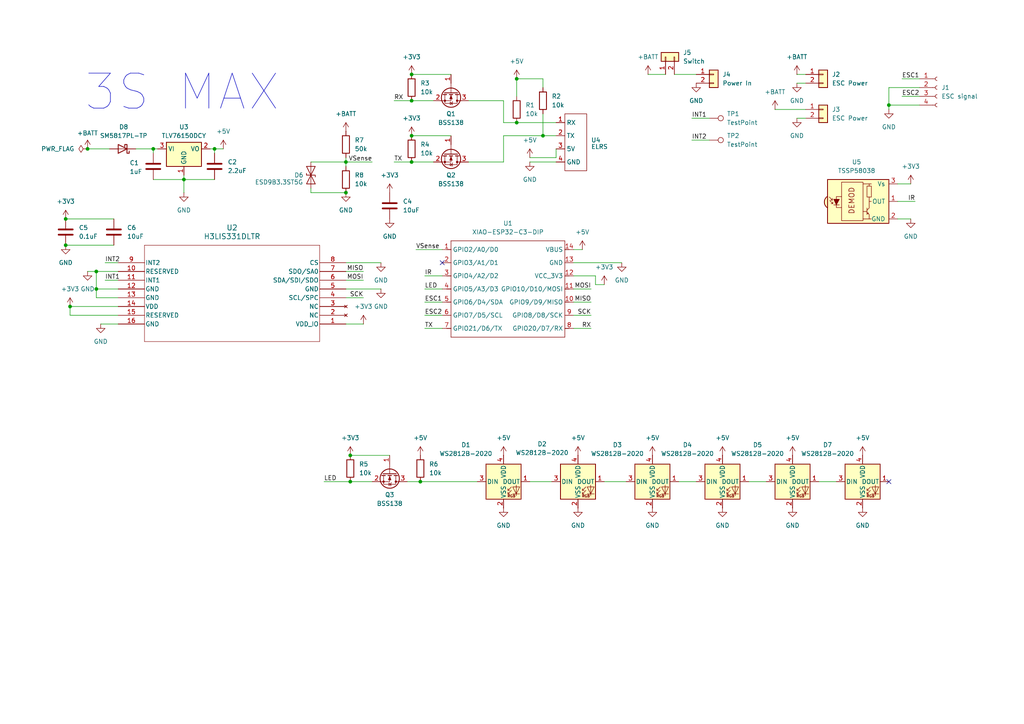
<source format=kicad_sch>
(kicad_sch (version 20231120) (generator "eeschema") (generator_version "8.0")
  (paper "A4")
  (lib_symbols
    (symbol "Connector:Conn_01x04_Socket" (pin_names (offset 1.016) hide)
      (property "Reference" "J" (at 0 5.08 0))
      (property "Value" "Conn_01x04_Socket" (at 0 -7.62 0))
      (symbol "Conn_01x04_Socket_1_1"
        (arc (start 0 -4.572) (mid -0.5058 -5.08) (end 0 -5.588) (stroke (width 0.1524)))
        (arc (start 0 -2.032) (mid -0.5058 -2.54) (end 0 -3.048) (stroke (width 0.1524)))
        (polyline (pts (xy -1.27 -5.08) (xy -0.508 -5.08)) (stroke (width 0.1524)))
        (polyline (pts (xy -1.27 -2.54) (xy -0.508 -2.54)) (stroke (width 0.1524)))
        (polyline (pts (xy -1.27 0) (xy -0.508 0)) (stroke (width 0.1524)))
        (polyline (pts (xy -1.27 2.54) (xy -0.508 2.54)) (stroke (width 0.1524)))
        (arc (start 0 0.508) (mid -0.5058 0) (end 0 -0.508) (stroke (width 0.1524)))
        (arc (start 0 3.048) (mid -0.5058 2.54) (end 0 2.032) (stroke (width 0.1524)))
        (pin passive line (at -5.08 2.54 0) (length 3.81) (name "Pin_1") (number "1"))
        (pin passive line (at -5.08 0 0) (length 3.81) (name "Pin_2") (number "2"))
        (pin passive line (at -5.08 -2.54 0) (length 3.81) (name "Pin_3") (number "3"))
        (pin passive line (at -5.08 -5.08 0) (length 3.81) (name "Pin_4") (number "4"))
      )
    )
    (symbol "Connector:TestPoint" (pin_numbers hide) (pin_names (offset 0.762) hide)
      (property "Reference" "TP" (at 0 6.858 0))
      (property "Value" "TestPoint" (at 0 5.08 0))
      (symbol "TestPoint_0_1"
        (circle (center 0 3.302) (radius 0.762))
      )
      (symbol "TestPoint_1_1"
        (pin passive line (at 0 0 90) (length 2.54) (name "1") (number "1"))
      )
    )
    (symbol "Connector_Generic:Conn_01x02" (pin_names (offset 1.016) hide)
      (property "Reference" "J" (at 0 2.54 0))
      (property "Value" "Conn_01x02" (at 0 -5.08 0))
      (symbol "Conn_01x02_1_1"
        (rectangle (start -1.27 -2.413) (end 0 -2.667) (stroke (width 0.1524)))
        (rectangle (start -1.27 0.127) (end 0 -0.127) (stroke (width 0.1524)))
        (rectangle (start -1.27 1.27) (end 1.27 -3.81) (stroke (width 0.254)) (fill (type background)))
        (pin passive line (at -5.08 0 0) (length 3.81) (name "Pin_1") (number "1"))
        (pin passive line (at -5.08 -2.54 0) (length 3.81) (name "Pin_2") (number "2"))
      )
    )
    (symbol "Device:C" (pin_numbers hide) (pin_names (offset 0.254))
      (property "Reference" "C" (at 0.635 2.54 0))
      (property "Value" "C" (at 0.635 -2.54 0))
      (symbol "C_0_1"
        (polyline (pts (xy -2.032 -0.762) (xy 2.032 -0.762)) (stroke (width 0.508)))
        (polyline (pts (xy -2.032 0.762) (xy 2.032 0.762)) (stroke (width 0.508)))
      )
      (symbol "C_1_1"
        (pin passive line (at 0 3.81 270) (length 2.794) (name "~") (number "1"))
        (pin passive line (at 0 -3.81 90) (length 2.794) (name "~") (number "2"))
      )
    )
    (symbol "Device:D_Schottky" (pin_numbers hide) (pin_names (offset 1.016) hide)
      (property "Reference" "D" (at 0 2.54 0))
      (property "Value" "D_Schottky" (at 0 -2.54 0))
      (symbol "D_Schottky_0_1"
        (polyline (pts (xy 1.27 0) (xy -1.27 0)))
        (polyline (pts (xy 1.27 1.27) (xy 1.27 -1.27) (xy -1.27 0) (xy 1.27 1.27)) (stroke (width 0.254)))
        (polyline (pts (xy -1.905 0.635) (xy -1.905 1.27) (xy -1.27 1.27) (xy -1.27 -1.27) (xy -0.635 -1.27) (xy -0.635 -0.635)) (stroke (width 0.254)))
      )
      (symbol "D_Schottky_1_1"
        (pin passive line (at -3.81 0 0) (length 2.54) (name "K") (number "1"))
        (pin passive line (at 3.81 0 180) (length 2.54) (name "A") (number "2"))
      )
    )
    (symbol "Device:R" (pin_numbers hide) (pin_names (offset 0))
      (property "Reference" "R" (at 2.032 0 90))
      (property "Value" "R" (at 0 0 90))
      (symbol "R_0_1"
        (rectangle (start -1.016 -2.54) (end 1.016 2.54) (stroke (width 0.254)))
      )
      (symbol "R_1_1"
        (pin passive line (at 0 3.81 270) (length 1.27) (name "~") (number "1"))
        (pin passive line (at 0 -3.81 90) (length 1.27) (name "~") (number "2"))
      )
    )
    (symbol "Diode:ESD9B3.3ST5G" (pin_numbers hide) (pin_names (offset 1.016) hide)
      (property "Reference" "D" (at 0 2.54 0))
      (property "Value" "ESD9B3.3ST5G" (at 0 -2.54 0))
      (symbol "ESD9B3.3ST5G_0_1"
        (polyline (pts (xy 1.27 0) (xy -1.27 0)))
        (polyline (pts (xy -2.54 -1.27) (xy 0 0) (xy -2.54 1.27) (xy -2.54 -1.27)) (stroke (width 0.2032)))
        (polyline (pts (xy 0.508 1.27) (xy 0 1.27) (xy 0 -1.27) (xy -0.508 -1.27)) (stroke (width 0.2032)))
        (polyline (pts (xy 2.54 1.27) (xy 2.54 -1.27) (xy 0 0) (xy 2.54 1.27)) (stroke (width 0.2032)))
      )
      (symbol "ESD9B3.3ST5G_1_1"
        (pin passive line (at -3.81 0 0) (length 2.54) (name "A1") (number "1"))
        (pin passive line (at 3.81 0 180) (length 2.54) (name "A2") (number "2"))
      )
    )
    (symbol "LED:WS2812B-2020" (pin_names (offset 0.254))
      (property "Reference" "D" (at 5.08 5.715 0))
      (property "Value" "WS2812B-2020" (at 1.27 -5.715 0))
      (symbol "WS2812B-2020_0_0"
        (text "RGB" (at 2.286 -4.191 0) (effects (font (size 0.762 0.762))))
      )
      (symbol "WS2812B-2020_0_1"
        (polyline (pts (xy 1.27 -3.556) (xy 1.778 -3.556)))
        (polyline (pts (xy 1.27 -2.54) (xy 1.778 -2.54)))
        (polyline (pts (xy 4.699 -3.556) (xy 2.667 -3.556)))
        (polyline (pts (xy 2.286 -2.54) (xy 1.27 -3.556) (xy 1.27 -3.048)))
        (polyline (pts (xy 2.286 -1.524) (xy 1.27 -2.54) (xy 1.27 -2.032)))
        (polyline (pts (xy 3.683 -1.016) (xy 3.683 -3.556) (xy 3.683 -4.064)))
        (polyline (pts (xy 4.699 -1.524) (xy 2.667 -1.524) (xy 3.683 -3.556) (xy 4.699 -1.524)))
        (rectangle (start 5.08 5.08) (end -5.08 -5.08) (stroke (width 0.254)) (fill (type background)))
      )
      (symbol "WS2812B-2020_1_1"
        (pin output line (at 7.62 0 180) (length 2.54) (name "DOUT") (number "1"))
        (pin power_in line (at 0 -7.62 90) (length 2.54) (name "VSS") (number "2"))
        (pin input line (at -7.62 0 0) (length 2.54) (name "DIN") (number "3"))
        (pin power_in line (at 0 7.62 270) (length 2.54) (name "VDD") (number "4"))
      )
    )
    (symbol "Library:BetaFPVELRS"
      (property "Reference" "U" (at -1.27 0 0))
      (symbol "BetaFPVELRS_0_1"
        (rectangle (start -8.89 -1.27) (end 7.62 -7.62))
      )
      (symbol "BetaFPVELRS_1_1"
        (pin bidirectional line (at -6.35 -10.16 90) (length 2.54) (name "RX") (number "1"))
        (pin bidirectional line (at -2.54 -10.16 90) (length 2.54) (name "TX") (number "2"))
        (pin power_in line (at 1.27 -10.16 90) (length 2.54) (name "5V") (number "3"))
        (pin power_in line (at 5.08 -10.16 90) (length 2.54) (name "GND") (number "4"))
      )
    )
    (symbol "Library:H3LIS331DLTR" (pin_names (offset 0.254))
      (property "Reference" "U" (at 33.02 10.16 0))
      (property "Value" "H3LIS331DLTR" (at 33.02 7.62 0))
      (symbol "H3LIS331DLTR_0_1"
        (polyline (pts (xy 7.62 -22.86) (xy 58.42 -22.86)) (stroke (width 0.127)))
        (polyline (pts (xy 7.62 5.08) (xy 7.62 -22.86)) (stroke (width 0.127)))
        (polyline (pts (xy 58.42 -22.86) (xy 58.42 5.08)) (stroke (width 0.127)))
        (polyline (pts (xy 58.42 5.08) (xy 7.62 5.08)) (stroke (width 0.127)))
        (pin power_in line (at 0 0 0) (length 7.62) (name "VDD_IO") (number "1"))
        (pin power_out line (at 66.04 -15.24 180) (length 7.62) (name "RESERVED") (number "10"))
        (pin output line (at 66.04 -12.7 180) (length 7.62) (name "INT1") (number "11"))
        (pin power_out line (at 66.04 -10.16 180) (length 7.62) (name "GND") (number "12"))
        (pin power_out line (at 66.04 -7.62 180) (length 7.62) (name "GND") (number "13"))
        (pin power_in line (at 66.04 -5.08 180) (length 7.62) (name "VDD") (number "14"))
        (pin power_out line (at 66.04 -2.54 180) (length 7.62) (name "RESERVED") (number "15"))
        (pin power_out line (at 66.04 0 180) (length 7.62) (name "GND") (number "16"))
        (pin no_connect line (at 0 -2.54 0) (length 7.62) (name "NC") (number "2"))
        (pin no_connect line (at 0 -5.08 0) (length 7.62) (name "NC") (number "3"))
        (pin bidirectional line (at 0 -7.62 0) (length 7.62) (name "SCL/SPC") (number "4"))
        (pin power_out line (at 0 -10.16 0) (length 7.62) (name "GND") (number "5"))
        (pin bidirectional line (at 0 -12.7 0) (length 7.62) (name "SDA/SDI/SDO") (number "6"))
        (pin bidirectional line (at 0 -15.24 0) (length 7.62) (name "SDO/SA0") (number "7"))
        (pin input line (at 0 -17.78 0) (length 7.62) (name "CS") (number "8"))
        (pin output line (at 66.04 -17.78 180) (length 7.62) (name "INT2") (number "9"))
      )
    )
    (symbol "Library:XIAO-ESP32-C3-DIP"
      (property "Reference" "U" (at 1.016 2.794 0))
      (property "Value" "XIAO-ESP32-C3-DIP" (at 7.62 1.016 0))
      (symbol "XIAO-ESP32-C3-DIP_1_0"
        (polyline (pts (xy 0 -27.94) (xy 0 -13.97)) (stroke (width 0.1524)))
        (polyline (pts (xy 0 -25.4) (xy -1.27 -25.4)) (stroke (width 0.1524)))
        (polyline (pts (xy 0 -21.59) (xy -1.27 -21.59)) (stroke (width 0.1524)))
        (polyline (pts (xy 0 -17.78) (xy -1.27 -17.78)) (stroke (width 0.1524)))
        (polyline (pts (xy 0 -13.97) (xy -1.27 -13.97)) (stroke (width 0.1524)))
        (polyline (pts (xy 0 -13.97) (xy 0 -10.16)) (stroke (width 0.1524)))
        (polyline (pts (xy 0 -10.16) (xy -1.27 -10.16)) (stroke (width 0.1524)))
        (polyline (pts (xy 0 -10.16) (xy 0 -6.35)) (stroke (width 0.1524)))
        (polyline (pts (xy 0 -6.35) (xy -1.27 -6.35)) (stroke (width 0.1524)))
        (polyline (pts (xy 0 -6.35) (xy 0 -2.54)) (stroke (width 0.1524)))
        (polyline (pts (xy 0 -2.54) (xy -1.27 -2.54)) (stroke (width 0.1524)))
        (polyline (pts (xy 0 -2.54) (xy 0 0)) (stroke (width 0.1524)))
        (polyline (pts (xy 0 0) (xy 33.02 0)) (stroke (width 0.1524)))
        (polyline (pts (xy 33.02 -27.94) (xy 0 -27.94)) (stroke (width 0.1524)))
        (polyline (pts (xy 33.02 -10.16) (xy 33.02 -27.94)) (stroke (width 0.1524)))
        (polyline (pts (xy 33.02 -6.35) (xy 33.02 -10.16)) (stroke (width 0.1524)))
        (polyline (pts (xy 33.02 -2.54) (xy 33.02 -6.35)) (stroke (width 0.1524)))
        (polyline (pts (xy 33.02 0) (xy 33.02 -2.54)) (stroke (width 0.1524)))
        (polyline (pts (xy 34.29 -25.4) (xy 33.02 -25.4)) (stroke (width 0.1524)))
        (polyline (pts (xy 34.29 -21.59) (xy 33.02 -21.59)) (stroke (width 0.1524)))
        (polyline (pts (xy 34.29 -17.78) (xy 33.02 -17.78)) (stroke (width 0.1524)))
        (polyline (pts (xy 34.29 -13.97) (xy 33.02 -13.97)) (stroke (width 0.1524)))
        (polyline (pts (xy 34.29 -10.16) (xy 33.02 -10.16)) (stroke (width 0.1524)))
        (polyline (pts (xy 34.29 -6.35) (xy 33.02 -6.35)) (stroke (width 0.1524)))
        (polyline (pts (xy 34.29 -2.54) (xy 33.02 -2.54)) (stroke (width 0.1524)))
        (pin passive line (at -2.54 -2.54 0) (length 2.54) (name "GPIO2/A0/D0") (number "1"))
        (pin passive line (at 35.56 -17.78 180) (length 2.54) (name "GPIO9/D9/MISO") (number "10"))
        (pin passive line (at 35.56 -13.97 180) (length 2.54) (name "GPIO10/D10/MOSI") (number "11"))
        (pin passive line (at 35.56 -10.16 180) (length 2.54) (name "VCC_3V3") (number "12"))
        (pin passive line (at 35.56 -6.35 180) (length 2.54) (name "GND") (number "13"))
        (pin passive line (at 35.56 -2.54 180) (length 2.54) (name "VBUS") (number "14"))
        (pin passive line (at -2.54 -6.35 0) (length 2.54) (name "GPIO3/A1/D1") (number "2"))
        (pin passive line (at -2.54 -10.16 0) (length 2.54) (name "GPIO4/A2/D2") (number "3"))
        (pin passive line (at -2.54 -13.97 0) (length 2.54) (name "GPIO5/A3/D3") (number "4"))
        (pin passive line (at -2.54 -17.78 0) (length 2.54) (name "GPIO6/D4/SDA") (number "5"))
        (pin passive line (at -2.54 -21.59 0) (length 2.54) (name "GPIO7/D5/SCL") (number "6"))
        (pin passive line (at -2.54 -25.4 0) (length 2.54) (name "GPIO21/D6/TX") (number "7"))
        (pin passive line (at 35.56 -25.4 180) (length 2.54) (name "GPIO20/D7/RX") (number "8"))
        (pin passive line (at 35.56 -21.59 180) (length 2.54) (name "GPIO8/D8/SCK") (number "9"))
      )
    )
    (symbol "Regulator_Linear:TLV76150DCY"
      (property "Reference" "U" (at -7.62 6.35 0))
      (property "Value" "TLV76150DCY" (at -1.27 6.35 0))
      (symbol "TLV76150DCY_0_1"
        (rectangle (start -5.08 -5.08) (end 5.08 1.905) (stroke (width 0.254)) (fill (type background)))
      )
      (symbol "TLV76150DCY_1_1"
        (pin power_in line (at 0 -7.62 90) (length 2.54) (name "GND") (number "1"))
        (pin power_out line (at 7.62 0 180) (length 2.54) (name "VO") (number "2"))
        (pin power_in line (at -7.62 0 0) (length 2.54) (name "VI") (number "3"))
      )
    )
    (symbol "Sensor_Proximity:TSSP58038" (pin_names (offset 1.016))
      (property "Reference" "U" (at -10.16 7.62 0))
      (property "Value" "TSSP58038" (at -10.16 -7.62 0))
      (symbol "TSSP58038_0_0"
        (arc (start -10.287 1.397) (mid -11.0899 -0.1852) (end -10.287 -1.778) (stroke (width 0.254)) (fill (type background)))
        (polyline (pts (xy 1.905 -5.08) (xy 0.127 -5.08)))
        (polyline (pts (xy 1.905 5.08) (xy 0.127 5.08)))
        (text "DEMOD" (at -3.175 0.254 900) (effects (font (size 1.524 1.524))))
      )
      (symbol "TSSP58038_0_1"
        (rectangle (start -6.096 5.588) (end 0.127 -5.588))
        (polyline (pts (xy -8.763 0.381) (xy -9.652 1.27)))
        (polyline (pts (xy -8.763 0.381) (xy -9.271 0.381)))
        (polyline (pts (xy -8.763 0.381) (xy -8.763 0.889)))
        (polyline (pts (xy -8.636 -0.635) (xy -9.525 0.254)))
        (polyline (pts (xy -8.636 -0.635) (xy -9.144 -0.635)))
        (polyline (pts (xy -8.636 -0.635) (xy -8.636 -0.127)))
        (polyline (pts (xy -8.382 -1.016) (xy -6.731 -1.016)))
        (polyline (pts (xy 1.27 -2.921) (xy 0.127 -2.921)))
        (polyline (pts (xy 1.27 -1.905) (xy 1.27 -3.81)))
        (polyline (pts (xy 1.397 -3.556) (xy 1.524 -3.556)))
        (polyline (pts (xy 1.651 -3.556) (xy 1.524 -3.556)))
        (polyline (pts (xy 1.651 -3.556) (xy 1.651 -3.302)))
        (polyline (pts (xy 1.905 0) (xy 1.905 1.27)))
        (polyline (pts (xy 1.905 4.445) (xy 1.905 5.08) (xy 2.54 5.08)))
        (polyline (pts (xy -8.382 0.635) (xy -6.731 0.635) (xy -7.62 -1.016) (xy -8.382 0.635)) (fill (type outline)))
        (polyline (pts (xy -6.096 1.397) (xy -7.62 1.397) (xy -7.62 -1.778) (xy -6.096 -1.778)))
        (polyline (pts (xy 1.27 -3.175) (xy 1.905 -3.81) (xy 1.905 -5.08) (xy 2.54 -5.08)))
        (polyline (pts (xy 1.27 -2.54) (xy 1.905 -1.905) (xy 1.905 0) (xy 2.54 0)))
        (rectangle (start 2.54 1.27) (end 1.27 4.445))
        (rectangle (start 7.62 6.35) (end -10.16 -6.35) (stroke (width 0.254)) (fill (type background)))
      )
      (symbol "TSSP58038_1_1"
        (pin output line (at 10.16 0 180) (length 2.54) (name "OUT") (number "1"))
        (pin power_in line (at 10.16 -5.08 180) (length 2.54) (name "GND") (number "2"))
        (pin power_in line (at 10.16 5.08 180) (length 2.54) (name "Vs") (number "3"))
      )
    )
    (symbol "Transistor_FET:BSS138" (pin_names hide)
      (property "Reference" "Q" (at 5.08 1.905 0))
      (property "Value" "BSS138" (at 5.08 0 0))
      (symbol "BSS138_0_1"
        (polyline (pts (xy 0.254 0) (xy -2.54 0)))
        (polyline (pts (xy 0.254 1.905) (xy 0.254 -1.905)) (stroke (width 0.254)))
        (polyline (pts (xy 0.762 -1.27) (xy 0.762 -2.286)) (stroke (width 0.254)))
        (polyline (pts (xy 0.762 0.508) (xy 0.762 -0.508)) (stroke (width 0.254)))
        (polyline (pts (xy 0.762 2.286) (xy 0.762 1.27)) (stroke (width 0.254)))
        (polyline (pts (xy 2.54 2.54) (xy 2.54 1.778)))
        (polyline (pts (xy 2.54 -2.54) (xy 2.54 0) (xy 0.762 0)))
        (polyline (pts (xy 0.762 -1.778) (xy 3.302 -1.778) (xy 3.302 1.778) (xy 0.762 1.778)))
        (polyline (pts (xy 1.016 0) (xy 2.032 0.381) (xy 2.032 -0.381) (xy 1.016 0)) (fill (type outline)))
        (polyline (pts (xy 2.794 0.508) (xy 2.921 0.381) (xy 3.683 0.381) (xy 3.81 0.254)))
        (polyline (pts (xy 3.302 0.381) (xy 2.921 -0.254) (xy 3.683 -0.254) (xy 3.302 0.381)))
        (circle (center 1.651 0) (radius 2.794) (stroke (width 0.254)))
        (circle (center 2.54 -1.778) (radius 0.254) (fill (type outline)))
        (circle (center 2.54 1.778) (radius 0.254) (fill (type outline)))
      )
      (symbol "BSS138_1_1"
        (pin input line (at -5.08 0 0) (length 2.54) (name "G") (number "1"))
        (pin passive line (at 2.54 -5.08 90) (length 2.54) (name "S") (number "2"))
        (pin passive line (at 2.54 5.08 270) (length 2.54) (name "D") (number "3"))
      )
    )
    (symbol "power:+3V3" (power) (pin_numbers hide) (pin_names (offset 0) hide)
      (property "Value" "+3V3" (at 0 3.556 0))
      (symbol "+3V3_0_1"
        (polyline (pts (xy -0.762 1.27) (xy 0 2.54)))
        (polyline (pts (xy 0 0) (xy 0 2.54)))
        (polyline (pts (xy 0 2.54) (xy 0.762 1.27)))
      )
      (symbol "+3V3_1_1"
        (pin power_in line (at 0 0 90) (length 0) (name "~") (number "1"))
      )
    )
    (symbol "power:+5V" (power) (pin_numbers hide) (pin_names (offset 0) hide)
      (property "Value" "+5V" (at 0 3.556 0))
      (symbol "+5V_0_1"
        (polyline (pts (xy -0.762 1.27) (xy 0 2.54)))
        (polyline (pts (xy 0 0) (xy 0 2.54)))
        (polyline (pts (xy 0 2.54) (xy 0.762 1.27)))
      )
      (symbol "+5V_1_1"
        (pin power_in line (at 0 0 90) (length 0) (name "~") (number "1"))
      )
    )
    (symbol "power:+BATT" (power) (pin_numbers hide) (pin_names (offset 0) hide)
      (property "Value" "+BATT" (at 0 3.556 0))
      (symbol "+BATT_0_1"
        (polyline (pts (xy -0.762 1.27) (xy 0 2.54)))
        (polyline (pts (xy 0 0) (xy 0 2.54)))
        (polyline (pts (xy 0 2.54) (xy 0.762 1.27)))
      )
      (symbol "+BATT_1_1"
        (pin power_in line (at 0 0 90) (length 0) (name "~") (number "1"))
      )
    )
    (symbol "power:GND" (power) (pin_numbers hide) (pin_names (offset 0) hide)
      (property "Value" "GND" (at 0 -3.81 0))
      (symbol "GND_0_1"
        (polyline (pts (xy 0 0) (xy 0 -1.27) (xy 1.27 -1.27) (xy 0 -2.54) (xy -1.27 -1.27) (xy 0 -1.27)))
      )
      (symbol "GND_1_1"
        (pin power_in line (at 0 0 270) (length 0) (name "~") (number "1"))
      )
    )
    (symbol "power:PWR_FLAG" (power) (pin_numbers hide) (pin_names (offset 0) hide)
      (property "Value" "PWR_FLAG" (at 0 3.81 0))
      (symbol "PWR_FLAG_0_0"
        (pin power_out line (at 0 0 90) (length 0) (name "~") (number "1"))
      )
      (symbol "PWR_FLAG_0_1"
        (polyline (pts (xy 0 0) (xy 0 1.27) (xy -1.016 1.905) (xy 0 2.54) (xy 1.016 1.905) (xy 0 1.27)))
      )
    )
  )
  (junction (at 53.34 52.07))
  (junction (at 27.94 78.74))
  (junction (at 25.4 43.18))
  (junction (at 119.38 39.37))
  (junction (at 257.81 30.48))
  (junction (at 20.32 88.9))
  (junction (at 149.86 22.86))
  (junction (at 101.6 132.08))
  (junction (at 119.38 21.59))
  (junction (at 19.05 71.12))
  (junction (at 119.38 29.21))
  (junction (at 19.05 63.5))
  (junction (at 100.33 46.99))
  (junction (at 119.38 46.99))
  (junction (at 44.45 43.18))
  (junction (at 149.86 35.56))
  (junction (at 101.6 139.7))
  (junction (at 157.48 39.37))
  (junction (at 100.33 55.88))
  (junction (at 27.94 83.82))
  (junction (at 121.92 139.7))
  (junction (at 62.23 43.18))
  (no_connect (at 128.27 76.2))
  (no_connect (at 257.81 139.7))
  (wire (pts (xy 53.34 52.07) (xy 62.23 52.07)))
  (wire (pts (xy 44.45 52.07) (xy 53.34 52.07)))
  (wire (pts (xy 168.91 72.39) (xy 166.37 72.39)))
  (wire (pts (xy 27.94 86.36) (xy 27.94 83.82)))
  (wire (pts (xy 231.14 34.29) (xy 233.68 34.29)))
  (wire (pts (xy 260.35 58.42) (xy 265.43 58.42)))
  (wire (pts (xy 157.48 33.02) (xy 157.48 39.37)))
  (wire (pts (xy 62.23 43.18) (xy 62.23 44.45)))
  (wire (pts (xy 119.38 29.21) (xy 125.73 29.21)))
  (wire (pts (xy 27.94 83.82) (xy 34.29 83.82)))
  (wire (pts (xy 27.94 78.74) (xy 34.29 78.74)))
  (wire (pts (xy 93.98 139.7) (xy 101.6 139.7)))
  (wire (pts (xy 121.92 139.7) (xy 138.43 139.7)))
  (wire (pts (xy 19.05 63.5) (xy 33.02 63.5)))
  (wire (pts (xy 166.37 87.63) (xy 171.45 87.63)))
  (wire (pts (xy 44.45 43.18) (xy 44.45 44.45)))
  (wire (pts (xy 100.33 78.74) (xy 105.41 78.74)))
  (wire (pts (xy 45.72 43.18) (xy 44.45 43.18)))
  (wire (pts (xy 100.33 76.2) (xy 110.49 76.2)))
  (wire (pts (xy 200.66 34.29) (xy 205.74 34.29)))
  (wire (pts (xy 237.49 139.7) (xy 242.57 139.7)))
  (wire (pts (xy 34.29 86.36) (xy 27.94 86.36)))
  (wire (pts (xy 166.37 83.82) (xy 171.45 83.82)))
  (wire (pts (xy 123.19 91.44) (xy 128.27 91.44)))
  (wire (pts (xy 157.48 39.37) (xy 161.29 39.37)))
  (wire (pts (xy 119.38 21.59) (xy 130.81 21.59)))
  (wire (pts (xy 27.94 78.74) (xy 27.94 83.82)))
  (wire (pts (xy 153.67 139.7) (xy 160.02 139.7)))
  (wire (pts (xy 100.33 46.99) (xy 107.95 46.99)))
  (wire (pts (xy 166.37 80.01) (xy 172.72 80.01)))
  (wire (pts (xy 100.33 45.72) (xy 100.33 46.99)))
  (wire (pts (xy 261.62 22.86) (xy 266.7 22.86)))
  (wire (pts (xy 217.17 139.7) (xy 222.25 139.7)))
  (wire (pts (xy 30.48 81.28) (xy 34.29 81.28)))
  (wire (pts (xy 29.21 93.98) (xy 34.29 93.98)))
  (wire (pts (xy 62.23 43.18) (xy 64.77 43.18)))
  (wire (pts (xy 123.19 95.25) (xy 128.27 95.25)))
  (wire (pts (xy 257.81 30.48) (xy 257.81 31.75)))
  (wire (pts (xy 149.86 35.56) (xy 161.29 35.56)))
  (wire (pts (xy 231.14 21.59) (xy 233.68 21.59)))
  (wire (pts (xy 20.32 91.44) (xy 20.32 88.9)))
  (wire (pts (xy 260.35 53.34) (xy 264.16 53.34)))
  (wire (pts (xy 166.37 95.25) (xy 171.45 95.25)))
  (wire (pts (xy 100.33 93.98) (xy 105.41 93.98)))
  (wire (pts (xy 114.3 46.99) (xy 119.38 46.99)))
  (wire (pts (xy 161.29 46.99) (xy 153.67 46.99)))
  (wire (pts (xy 260.35 63.5) (xy 264.16 63.5)))
  (wire (pts (xy 114.3 29.21) (xy 119.38 29.21)))
  (wire (pts (xy 119.38 39.37) (xy 130.81 39.37)))
  (wire (pts (xy 153.67 45.72) (xy 161.29 45.72)))
  (wire (pts (xy 187.96 21.59) (xy 193.04 21.59)))
  (wire (pts (xy 100.33 81.28) (xy 105.41 81.28)))
  (wire (pts (xy 118.11 139.7) (xy 121.92 139.7)))
  (wire (pts (xy 60.96 43.18) (xy 62.23 43.18)))
  (wire (pts (xy 90.17 46.99) (xy 100.33 46.99)))
  (wire (pts (xy 172.72 80.01) (xy 172.72 82.55)))
  (wire (pts (xy 175.26 139.7) (xy 181.61 139.7)))
  (wire (pts (xy 196.85 139.7) (xy 201.93 139.7)))
  (wire (pts (xy 146.05 39.37) (xy 157.48 39.37)))
  (wire (pts (xy 19.05 71.12) (xy 33.02 71.12)))
  (wire (pts (xy 257.81 25.4) (xy 257.81 30.48)))
  (wire (pts (xy 166.37 76.2) (xy 180.34 76.2)))
  (wire (pts (xy 123.19 83.82) (xy 128.27 83.82)))
  (wire (pts (xy 224.79 31.75) (xy 233.68 31.75)))
  (wire (pts (xy 146.05 46.99) (xy 146.05 39.37)))
  (wire (pts (xy 90.17 55.88) (xy 100.33 55.88)))
  (wire (pts (xy 53.34 55.88) (xy 53.34 52.07)))
  (wire (pts (xy 90.17 54.61) (xy 90.17 55.88)))
  (wire (pts (xy 166.37 91.44) (xy 171.45 91.44)))
  (wire (pts (xy 157.48 22.86) (xy 157.48 25.4)))
  (wire (pts (xy 31.75 43.18) (xy 25.4 43.18)))
  (wire (pts (xy 261.62 27.94) (xy 266.7 27.94)))
  (wire (pts (xy 200.66 40.64) (xy 205.74 40.64)))
  (wire (pts (xy 100.33 83.82) (xy 110.49 83.82)))
  (wire (pts (xy 119.38 46.99) (xy 125.73 46.99)))
  (wire (pts (xy 100.33 86.36) (xy 105.41 86.36)))
  (wire (pts (xy 101.6 132.08) (xy 113.03 132.08)))
  (wire (pts (xy 120.65 72.39) (xy 128.27 72.39)))
  (wire (pts (xy 195.58 21.59) (xy 201.93 21.59)))
  (wire (pts (xy 257.81 30.48) (xy 266.7 30.48)))
  (wire (pts (xy 123.19 80.01) (xy 128.27 80.01)))
  (wire (pts (xy 266.7 25.4) (xy 257.81 25.4)))
  (wire (pts (xy 123.19 87.63) (xy 128.27 87.63)))
  (wire (pts (xy 149.86 22.86) (xy 157.48 22.86)))
  (wire (pts (xy 172.72 82.55) (xy 175.26 82.55)))
  (wire (pts (xy 146.05 35.56) (xy 149.86 35.56)))
  (wire (pts (xy 20.32 88.9) (xy 34.29 88.9)))
  (wire (pts (xy 135.89 29.21) (xy 146.05 29.21)))
  (wire (pts (xy 100.33 46.99) (xy 100.33 48.26)))
  (wire (pts (xy 146.05 29.21) (xy 146.05 35.56)))
  (wire (pts (xy 135.89 46.99) (xy 146.05 46.99)))
  (wire (pts (xy 161.29 45.72) (xy 161.29 43.18)))
  (wire (pts (xy 39.37 43.18) (xy 44.45 43.18)))
  (wire (pts (xy 30.48 76.2) (xy 34.29 76.2)))
  (wire (pts (xy 34.29 91.44) (xy 20.32 91.44)))
  (wire (pts (xy 53.34 50.8) (xy 53.34 52.07)))
  (wire (pts (xy 25.4 78.74) (xy 27.94 78.74)))
  (wire (pts (xy 149.86 27.94) (xy 149.86 22.86)))
  (wire (pts (xy 101.6 139.7) (xy 107.95 139.7)))
  (wire (pts (xy 231.14 24.13) (xy 233.68 24.13)))
  (text "3S MAX\n" (at 52.832 26.924 0) (effects (font (size 10.16 10.16))))
  (label "INT2" (at 200.66 40.64 0))
  (label "RX" (at 171.45 95.25 180))
  (label "ESC2" (at 123.19 91.44 0))
  (label "ESC1" (at 261.62 22.86 0))
  (label "INT2" (at 30.48 76.2 0))
  (label "INT1" (at 30.48 81.28 0))
  (label "ESC1" (at 123.19 87.63 0))
  (label "TX" (at 123.19 95.25 0))
  (label "TX" (at 114.3 46.99 0))
  (label "IR" (at 123.19 80.01 0))
  (label "MOSI" (at 171.45 83.82 180))
  (label "ESC2" (at 261.62 27.94 0))
  (label "MOSI" (at 105.41 81.28 180))
  (label "VSense" (at 120.65 72.39 0))
  (label "SCK" (at 171.45 91.44 180))
  (label "RX" (at 114.3 29.21 0))
  (label "LED" (at 93.98 139.7 0))
  (label "LED" (at 123.19 83.82 0))
  (label "SCK" (at 105.41 86.36 180))
  (label "INT1" (at 200.66 34.29 0))
  (label "MISO" (at 105.41 78.74 180))
  (label "IR" (at 265.43 58.42 180))
  (label "VSense" (at 107.95 46.99 180))
  (label "MISO" (at 171.45 87.63 180))
  (symbol (lib_id "power:GND") (at 110.49 83.82 0) (unit 1)
    (property "Reference" "#PWR013" (effects (hide yes)))
    (property "Value" "GND" (at 110.49 88.9 0))
    (property "Description" "Power symbol creates a global label with name \"GND\" , ground" (effects (hide yes)))
  )
  (symbol (lib_id "Regulator_Linear:TLV76150DCY") (at 53.34 43.18 0) (unit 1)
    (property "Reference" "U3" (at 53.34 36.83 0))
    (property "Value" "TLV76150DCY" (at 53.34 39.37 0))
    (property "Footprint" "Package_TO_SOT_SMD:SOT-223-3_TabPin2" (effects (hide yes)))
    (property "Datasheet" "https://www.ti.com/lit/ds/symlink/tlv761.pdf" (effects (hide yes)))
    (property "Description" "5.0V, 1A, Low Noise, High-PSRR LDO Regulator, 2.5V...16V input, SOT-223" (effects (hide yes)))
  )
  (symbol (lib_id "Diode:ESD9B3.3ST5G") (at 90.17 50.8 270) (unit 1)
    (property "Reference" "D6" (at 85.344 50.8 90) (effects (justify left)))
    (property "Value" "ESD9B3.3ST5G" (at 73.914 52.832 90) (effects (justify left)))
    (property "Footprint" "Diode_SMD:D_SOD-923" (effects (hide yes)))
    (property "Datasheet" "https://www.onsemi.com/pub/Collateral/ESD9B-D.PDF" (effects (hide yes)))
    (property "Description" "ESD protection diode, 3.3Vrwm, SOD-923" (effects (hide yes)))
  )
  (symbol (lib_id "Transistor_FET:BSS138") (at 130.81 44.45 270) (unit 1)
    (property "Reference" "Q2" (at 130.81 50.8 90))
    (property "Value" "BSS138" (at 130.81 53.34 90))
    (property "Footprint" "Package_TO_SOT_SMD:SOT-23" (effects (hide yes)))
    (property "Datasheet" "https://www.onsemi.com/pub/Collateral/BSS138-D.PDF" (effects (hide yes)))
    (property "Description" "50V Vds, 0.22A Id, N-Channel MOSFET, SOT-23" (effects (hide yes)))
  )
  (symbol (lib_id "Library:XIAO-ESP32-C3-DIP") (at 130.81 69.85 0) (unit 1)
    (property "Reference" "U1" (at 147.32 64.77 0))
    (property "Value" "XIAO-ESP32-C3-DIP" (at 147.32 67.31 0))
    (property "Footprint" "Library:XIAO-ESP32S3-SMD" (effects (hide yes)))
  )
  (symbol (lib_id "power:+3V3") (at 19.05 63.5 0) (unit 1)
    (property "Reference" "#PWR039" (effects (hide yes)))
    (property "Value" "+3V3" (at 19.05 58.42 0))
    (property "Description" "Power symbol creates a global label with name \"+3V3\"" (effects (hide yes)))
  )
  (symbol (lib_id "power:+5V") (at 189.23 132.08 0) (unit 1)
    (property "Reference" "#PWR029" (effects (hide yes)))
    (property "Value" "+5V" (at 189.23 127 0))
    (property "Description" "Power symbol creates a global label with name \"+5V\"" (effects (hide yes)))
  )
  (symbol (lib_id "LED:WS2812B-2020") (at 250.19 139.7 0) (unit 1)
    (property "Reference" "D7" (at 240.03 129.032 0))
    (property "Value" "WS2812B-2020" (at 240.03 131.572 0))
    (property "Footprint" "LED_SMD:LED_WS2812B-2020_PLCC4_2.0x2.0mm" (effects (hide yes)))
    (property "Datasheet" "https://cdn-shop.adafruit.com/product-files/4684/4684_WS2812B-2020_V1.3_EN.pdf" (effects (hide yes)))
    (property "Description" "RGB LED with integrated controller, 2.0 x 2.0 mm, 12 mA" (effects (hide yes)))
  )
  (symbol (lib_id "Library:BetaFPVELRS") (at 171.45 41.91 270) (unit 1)
    (property "Reference" "U4" (at 171.45 40.6399 90) (effects (justify left)))
    (property "Value" "ELRS" (at 171.45 42.545 90) (effects (justify left)))
    (property "Footprint" "Library:BetaFPV ELRS Lite" (effects (hide yes)))
  )
  (symbol (lib_id "power:+3V3") (at 175.26 82.55 0) (unit 1)
    (property "Reference" "#PWR06" (effects (hide yes)))
    (property "Value" "+3V3" (at 175.26 77.47 0))
    (property "Description" "Power symbol creates a global label with name \"+3V3\"" (effects (hide yes)))
  )
  (symbol (lib_id "power:GND") (at 53.34 55.88 0) (unit 1)
    (property "Reference" "#PWR01" (effects (hide yes)))
    (property "Value" "GND" (at 53.34 60.96 0))
    (property "Description" "Power symbol creates a global label with name \"GND\" , ground" (effects (hide yes)))
  )
  (symbol (lib_id "Connector_Generic:Conn_01x02") (at 207.01 21.59 0) (unit 1)
    (property "Reference" "J4" (at 209.55 21.5899 0) (effects (justify left)))
    (property "Value" "Power In" (at 209.55 24.1299 0) (effects (justify left)))
    (property "Footprint" "Connector_AMASS:AMASS_XT30UPB-M_1x02_P5.0mm_Vertical" (effects (hide yes)))
    (property "Description" "Generic connector, single row, 01x02, script generated (kicad-library-utils/schlib/autogen/connector/)" (effects (hide yes)))
  )
  (symbol (lib_id "power:+5V") (at 153.67 45.72 0) (unit 1)
    (property "Reference" "#PWR016" (effects (hide yes)))
    (property "Value" "+5V" (at 153.67 40.64 0))
    (property "Description" "Power symbol creates a global label with name \"+5V\"" (effects (hide yes)))
  )
  (symbol (lib_id "Connector:TestPoint") (at 205.74 40.64 270) (unit 1)
    (property "Reference" "TP2" (at 210.82 39.3699 90) (effects (justify left)))
    (property "Value" "TestPoint" (at 210.82 41.9099 90) (effects (justify left)))
    (property "Footprint" "TestPoint:TestPoint_Pad_D1.0mm" (effects (hide yes)))
    (property "Description" "test point" (effects (hide yes)))
  )
  (symbol (lib_id "power:GND") (at 110.49 76.2 0) (unit 1)
    (property "Reference" "#PWR014" (effects (hide yes)))
    (property "Value" "GND" (at 110.49 81.28 0))
    (property "Description" "Power symbol creates a global label with name \"GND\" , ground" (effects (hide yes)))
  )
  (symbol (lib_id "power:GND") (at 19.05 71.12 0) (unit 1)
    (property "Reference" "#PWR040" (effects (hide yes)))
    (property "Value" "GND" (at 19.05 76.2 0))
    (property "Description" "Power symbol creates a global label with name \"GND\" , ground" (effects (hide yes)))
  )
  (symbol (lib_id "Device:R") (at 100.33 41.91 0) (unit 1)
    (property "Reference" "R7" (at 102.87 40.6399 0) (effects (justify left)))
    (property "Value" "50k" (at 102.87 43.1799 0) (effects (justify left)))
    (property "Footprint" "Capacitor_SMD:C_0603_1608Metric_Pad1.08x0.95mm_HandSolder" (effects (hide yes)))
    (property "Description" "Resistor" (effects (hide yes)))
  )
  (symbol (lib_id "power:GND") (at 180.34 76.2 0) (unit 1)
    (property "Reference" "#PWR05" (effects (hide yes)))
    (property "Value" "GND" (at 180.34 81.28 0))
    (property "Description" "Power symbol creates a global label with name \"GND\" , ground" (effects (hide yes)))
  )
  (symbol (lib_id "power:+BATT") (at 100.33 38.1 0) (unit 1)
    (property "Reference" "#PWR037" (effects (hide yes)))
    (property "Value" "+BATT" (at 100.33 33.02 0))
    (property "Description" "Power symbol creates a global label with name \"+BATT\"" (effects (hide yes)))
  )
  (symbol (lib_id "LED:WS2812B-2020") (at 229.87 139.7 0) (unit 1)
    (property "Reference" "D5" (at 219.71 129.032 0))
    (property "Value" "WS2812B-2020" (at 219.71 131.572 0))
    (property "Footprint" "LED_SMD:LED_WS2812B-2020_PLCC4_2.0x2.0mm" (effects (hide yes)))
    (property "Datasheet" "https://cdn-shop.adafruit.com/product-files/4684/4684_WS2812B-2020_V1.3_EN.pdf" (effects (hide yes)))
    (property "Description" "RGB LED with integrated controller, 2.0 x 2.0 mm, 12 mA" (effects (hide yes)))
  )
  (symbol (lib_id "LED:WS2812B-2020") (at 146.05 139.7 0) (unit 1)
    (property "Reference" "D1" (at 135.128 129.032 0))
    (property "Value" "WS2812B-2020" (at 135.128 131.572 0))
    (property "Footprint" "LED_SMD:LED_WS2812B-2020_PLCC4_2.0x2.0mm" (effects (hide yes)))
    (property "Datasheet" "https://cdn-shop.adafruit.com/product-files/4684/4684_WS2812B-2020_V1.3_EN.pdf" (effects (hide yes)))
    (property "Description" "RGB LED with integrated controller, 2.0 x 2.0 mm, 12 mA" (effects (hide yes)))
  )
  (symbol (lib_id "power:+BATT") (at 224.79 31.75 0) (unit 1)
    (property "Reference" "#PWR019" (effects (hide yes)))
    (property "Value" "+BATT" (at 224.79 26.67 0))
    (property "Description" "Power symbol creates a global label with name \"+BATT\"" (effects (hide yes)))
  )
  (symbol (lib_id "power:PWR_FLAG") (at 25.4 43.18 90) (unit 1)
    (property "Reference" "#FLG01" (effects (hide yes)))
    (property "Value" "PWR_FLAG" (at 21.59 43.1799 90) (effects (justify left)))
    (property "Description" "Special symbol for telling ERC where power comes from" (effects (hide yes)))
  )
  (symbol (lib_id "Connector:TestPoint") (at 205.74 34.29 270) (unit 1)
    (property "Reference" "TP1" (at 210.82 33.0199 90) (effects (justify left)))
    (property "Value" "TestPoint" (at 210.82 35.5599 90) (effects (justify left)))
    (property "Footprint" "TestPoint:TestPoint_Pad_D1.0mm" (effects (hide yes)))
    (property "Description" "test point" (effects (hide yes)))
  )
  (symbol (lib_id "power:GND") (at 229.87 147.32 0) (unit 1)
    (property "Reference" "#PWR036" (effects (hide yes)))
    (property "Value" "GND" (at 229.87 152.4 0))
    (property "Description" "Power symbol creates a global label with name \"GND\" , ground" (effects (hide yes)))
  )
  (symbol (lib_id "power:+3V3") (at 119.38 21.59 0) (unit 1)
    (property "Reference" "#PWR022" (effects (hide yes)))
    (property "Value" "+3V3" (at 119.38 16.51 0))
    (property "Description" "Power symbol creates a global label with name \"+3V3\"" (effects (hide yes)))
  )
  (symbol (lib_id "power:+5V") (at 209.55 132.08 0) (unit 1)
    (property "Reference" "#PWR030" (effects (hide yes)))
    (property "Value" "+5V" (at 209.55 127 0))
    (property "Description" "Power symbol creates a global label with name \"+5V\"" (effects (hide yes)))
  )
  (symbol (lib_id "power:+3V3") (at 20.32 88.9 0) (unit 1)
    (property "Reference" "#PWR09" (effects (hide yes)))
    (property "Value" "+3V3" (at 20.32 83.82 0))
    (property "Description" "Power symbol creates a global label with name \"+3V3\"" (effects (hide yes)))
  )
  (symbol (lib_id "Device:C") (at 44.45 48.26 0) (unit 1)
    (property "Reference" "C1" (at 37.592 47.244 0) (effects (justify left)))
    (property "Value" "1uF" (at 37.592 49.784 0) (effects (justify left)))
    (property "Footprint" "Capacitor_SMD:C_0603_1608Metric_Pad1.08x0.95mm_HandSolder" (effects (hide yes)))
    (property "Description" "Unpolarized capacitor" (effects (hide yes)))
  )
  (symbol (lib_id "power:+5V") (at 167.64 132.08 0) (unit 1)
    (property "Reference" "#PWR028" (effects (hide yes)))
    (property "Value" "+5V" (at 167.64 127 0))
    (property "Description" "Power symbol creates a global label with name \"+5V\"" (effects (hide yes)))
  )
  (symbol (lib_id "Device:R") (at 119.38 43.18 0) (unit 1)
    (property "Reference" "R4" (at 121.92 41.9099 0) (effects (justify left)))
    (property "Value" "10k" (at 121.92 44.4499 0) (effects (justify left)))
    (property "Footprint" "Capacitor_SMD:C_0603_1608Metric_Pad1.08x0.95mm_HandSolder" (effects (hide yes)))
    (property "Description" "Resistor" (effects (hide yes)))
  )
  (symbol (lib_id "power:GND") (at 201.93 24.13 0) (unit 1)
    (property "Reference" "#PWR044" (effects (hide yes)))
    (property "Value" "GND" (at 201.93 29.21 0))
    (property "Description" "Power symbol creates a global label with name \"GND\" , ground" (effects (hide yes)))
  )
  (symbol (lib_id "Connector_Generic:Conn_01x02") (at 238.76 31.75 0) (unit 1)
    (property "Reference" "J3" (at 241.3 31.7499 0) (effects (justify left)))
    (property "Value" "ESC Power" (at 241.3 34.2899 0) (effects (justify left)))
    (property "Footprint" "Library:PowerPADS" (effects (hide yes)))
    (property "Description" "Generic connector, single row, 01x02, script generated (kicad-library-utils/schlib/autogen/connector/)" (effects (hide yes)))
  )
  (symbol (lib_id "power:GND") (at 100.33 55.88 0) (unit 1)
    (property "Reference" "#PWR038" (effects (hide yes)))
    (property "Value" "GND" (at 100.33 60.96 0))
    (property "Description" "Power symbol creates a global label with name \"GND\" , ground" (effects (hide yes)))
  )
  (symbol (lib_id "Device:R") (at 149.86 31.75 0) (unit 1)
    (property "Reference" "R1" (at 152.4 30.4799 0) (effects (justify left)))
    (property "Value" "10k" (at 152.4 33.0199 0) (effects (justify left)))
    (property "Footprint" "Capacitor_SMD:C_0603_1608Metric_Pad1.08x0.95mm_HandSolder" (effects (hide yes)))
    (property "Description" "Resistor" (effects (hide yes)))
  )
  (symbol (lib_id "Device:R") (at 119.38 25.4 0) (unit 1)
    (property "Reference" "R3" (at 121.92 24.1299 0) (effects (justify left)))
    (property "Value" "10k" (at 121.92 26.6699 0) (effects (justify left)))
    (property "Footprint" "Capacitor_SMD:C_0603_1608Metric_Pad1.08x0.95mm_HandSolder" (effects (hide yes)))
    (property "Description" "Resistor" (effects (hide yes)))
  )
  (symbol (lib_id "power:GND") (at 113.03 63.5 0) (unit 1)
    (property "Reference" "#PWR08" (effects (hide yes)))
    (property "Value" "GND" (at 113.03 68.58 0))
    (property "Description" "Power symbol creates a global label with name \"GND\" , ground" (effects (hide yes)))
  )
  (symbol (lib_id "Device:R") (at 157.48 29.21 0) (unit 1)
    (property "Reference" "R2" (at 160.02 27.9399 0) (effects (justify left)))
    (property "Value" "10k" (at 160.02 30.4799 0) (effects (justify left)))
    (property "Footprint" "Capacitor_SMD:C_0603_1608Metric_Pad1.08x0.95mm_HandSolder" (effects (hide yes)))
    (property "Description" "Resistor" (effects (hide yes)))
  )
  (symbol (lib_id "power:+3V3") (at 264.16 53.34 0) (unit 1)
    (property "Reference" "#PWR041" (effects (hide yes)))
    (property "Value" "+3V3" (at 264.16 48.26 0))
    (property "Description" "Power symbol creates a global label with name \"+3V3\"" (effects (hide yes)))
  )
  (symbol (lib_id "power:+3V3") (at 113.03 55.88 0) (unit 1)
    (property "Reference" "#PWR07" (effects (hide yes)))
    (property "Value" "+3V3" (at 113.03 50.8 0))
    (property "Description" "Power symbol creates a global label with name \"+3V3\"" (effects (hide yes)))
  )
  (symbol (lib_id "Device:D_Schottky") (at 35.56 43.18 180) (unit 1)
    (property "Reference" "D8" (at 35.8775 36.83 0))
    (property "Value" "SM5817PL-TP" (at 35.8775 39.37 0))
    (property "Datasheet" "https://www.mccsemi.com/pdf/Products/SM5817PL-SM5819PL(SOD-123FL).PDF" (effects (hide yes)))
    (property "Description" "Schottky diode" (effects (hide yes)))
  )
  (symbol (lib_id "power:GND") (at 257.81 31.75 0) (unit 1)
    (property "Reference" "#PWR017" (effects (hide yes)))
    (property "Value" "GND" (at 257.81 36.83 0))
    (property "Description" "Power symbol creates a global label with name \"GND\" , ground" (effects (hide yes)))
  )
  (symbol (lib_id "power:+5V") (at 229.87 132.08 0) (unit 1)
    (property "Reference" "#PWR031" (effects (hide yes)))
    (property "Value" "+5V" (at 229.87 127 0))
    (property "Description" "Power symbol creates a global label with name \"+5V\"" (effects (hide yes)))
  )
  (symbol (lib_id "power:GND") (at 264.16 63.5 0) (unit 1)
    (property "Reference" "#PWR042" (effects (hide yes)))
    (property "Value" "GND" (at 264.16 68.58 0))
    (property "Description" "Power symbol creates a global label with name \"GND\" , ground" (effects (hide yes)))
  )
  (symbol (lib_id "power:GND") (at 231.14 24.13 0) (unit 1)
    (property "Reference" "#PWR020" (effects (hide yes)))
    (property "Value" "GND" (at 231.14 29.21 0))
    (property "Description" "Power symbol creates a global label with name \"GND\" , ground" (effects (hide yes)))
  )
  (symbol (lib_id "power:GND") (at 25.4 78.74 0) (unit 1)
    (property "Reference" "#PWR011" (effects (hide yes)))
    (property "Value" "GND" (at 25.4 83.82 0))
    (property "Description" "Power symbol creates a global label with name \"GND\" , ground" (effects (hide yes)))
  )
  (symbol (lib_id "power:GND") (at 250.19 147.32 0) (unit 1)
    (property "Reference" "#PWR045" (effects (hide yes)))
    (property "Value" "GND" (at 250.19 152.4 0))
    (property "Description" "Power symbol creates a global label with name \"GND\" , ground" (effects (hide yes)))
  )
  (symbol (lib_id "power:GND") (at 146.05 147.32 0) (unit 1)
    (property "Reference" "#PWR032" (effects (hide yes)))
    (property "Value" "GND" (at 146.05 152.4 0))
    (property "Description" "Power symbol creates a global label with name \"GND\" , ground" (effects (hide yes)))
  )
  (symbol (lib_id "power:+5V") (at 168.91 72.39 0) (unit 1)
    (property "Reference" "#PWR04" (effects (hide yes)))
    (property "Value" "+5V" (at 168.91 67.31 0))
    (property "Description" "Power symbol creates a global label with name \"+5V\"" (effects (hide yes)))
  )
  (symbol (lib_id "Connector_Generic:Conn_01x02") (at 238.76 21.59 0) (unit 1)
    (property "Reference" "J2" (at 241.3 21.5899 0) (effects (justify left)))
    (property "Value" "ESC Power" (at 241.3 24.1299 0) (effects (justify left)))
    (property "Footprint" "Library:PowerPADS" (effects (hide yes)))
    (property "Description" "Generic connector, single row, 01x02, script generated (kicad-library-utils/schlib/autogen/connector/)" (effects (hide yes)))
  )
  (symbol (lib_id "power:GND") (at 167.64 147.32 0) (unit 1)
    (property "Reference" "#PWR033" (effects (hide yes)))
    (property "Value" "GND" (at 167.64 152.4 0))
    (property "Description" "Power symbol creates a global label with name \"GND\" , ground" (effects (hide yes)))
  )
  (symbol (lib_id "Device:R") (at 121.92 135.89 0) (unit 1)
    (property "Reference" "R6" (at 124.46 134.6199 0) (effects (justify left)))
    (property "Value" "10k" (at 124.46 137.1599 0) (effects (justify left)))
    (property "Footprint" "Capacitor_SMD:C_0603_1608Metric_Pad1.08x0.95mm_HandSolder" (effects (hide yes)))
    (property "Description" "Resistor" (effects (hide yes)))
  )
  (symbol (lib_id "power:GND") (at 231.14 34.29 0) (unit 1)
    (property "Reference" "#PWR021" (effects (hide yes)))
    (property "Value" "GND" (at 231.14 39.37 0))
    (property "Description" "Power symbol creates a global label with name \"GND\" , ground" (effects (hide yes)))
  )
  (symbol (lib_id "Transistor_FET:BSS138") (at 130.81 26.67 270) (unit 1)
    (property "Reference" "Q1" (at 130.81 33.02 90))
    (property "Value" "BSS138" (at 130.81 35.56 90))
    (property "Footprint" "Package_TO_SOT_SMD:SOT-23" (effects (hide yes)))
    (property "Datasheet" "https://www.onsemi.com/pub/Collateral/BSS138-D.PDF" (effects (hide yes)))
    (property "Description" "50V Vds, 0.22A Id, N-Channel MOSFET, SOT-23" (effects (hide yes)))
  )
  (symbol (lib_id "LED:WS2812B-2020") (at 167.64 139.7 0) (unit 1)
    (property "Reference" "D2" (at 157.226 128.778 0))
    (property "Value" "WS2812B-2020" (at 157.226 131.318 0))
    (property "Footprint" "LED_SMD:LED_WS2812B-2020_PLCC4_2.0x2.0mm" (effects (hide yes)))
    (property "Datasheet" "https://cdn-shop.adafruit.com/product-files/4684/4684_WS2812B-2020_V1.3_EN.pdf" (effects (hide yes)))
    (property "Description" "RGB LED with integrated controller, 2.0 x 2.0 mm, 12 mA" (effects (hide yes)))
  )
  (symbol (lib_id "power:+BATT") (at 25.4 43.18 0) (unit 1)
    (property "Reference" "#PWR03" (effects (hide yes)))
    (property "Value" "+BATT" (at 25.4 38.608 0))
    (property "Description" "Power symbol creates a global label with name \"+BATT\"" (effects (hide yes)))
  )
  (symbol (lib_id "Connector:Conn_01x04_Socket") (at 271.78 25.4 0) (unit 1)
    (property "Reference" "J1" (at 273.05 25.3999 0) (effects (justify left)))
    (property "Value" "ESC signal" (at 273.05 27.9399 0) (effects (justify left)))
    (property "Footprint" "Connector_JST:JST_GH_SM04B-GHS-TB_1x04-1MP_P1.25mm_Horizontal" (effects (hide yes)))
    (property "Description" "Generic connector, single row, 01x04, script generated" (effects (hide yes)))
  )
  (symbol (lib_id "power:GND") (at 189.23 147.32 0) (unit 1)
    (property "Reference" "#PWR034" (effects (hide yes)))
    (property "Value" "GND" (at 189.23 152.4 0))
    (property "Description" "Power symbol creates a global label with name \"GND\" , ground" (effects (hide yes)))
  )
  (symbol (lib_id "power:+5V") (at 121.92 132.08 0) (unit 1)
    (property "Reference" "#PWR026" (effects (hide yes)))
    (property "Value" "+5V" (at 121.92 127 0))
    (property "Description" "Power symbol creates a global label with name \"+5V\"" (effects (hide yes)))
  )
  (symbol (lib_id "Library:H3LIS331DLTR") (at 100.33 93.98 180) (unit 1)
    (property "Reference" "U2" (at 67.31 66.04 0) (effects (font (size 1.524 1.524))))
    (property "Value" "H3LIS331DLTR" (at 67.31 68.58 0) (effects (font (size 1.524 1.524))))
    (property "Footprint" "Library:QFN_31DLTR_STM" (effects (hide yes)))
    (property "Datasheet" "https://www.st.com/resource/en/datasheet/h3lis331dl.pdf" (effects (hide yes)))
  )
  (symbol (lib_id "Device:C") (at 19.05 67.31 0) (unit 1)
    (property "Reference" "C5" (at 22.86 66.0399 0) (effects (justify left)))
    (property "Value" "0.1uF" (at 22.86 68.5799 0) (effects (justify left)))
    (property "Footprint" "Capacitor_SMD:C_0603_1608Metric_Pad1.08x0.95mm_HandSolder" (effects (hide yes)))
    (property "Description" "Unpolarized capacitor" (effects (hide yes)))
  )
  (symbol (lib_id "power:+3V3") (at 101.6 132.08 0) (unit 1)
    (property "Reference" "#PWR025" (effects (hide yes)))
    (property "Value" "+3V3" (at 101.6 127 0))
    (property "Description" "Power symbol creates a global label with name \"+3V3\"" (effects (hide yes)))
  )
  (symbol (lib_id "Device:C") (at 62.23 48.26 0) (unit 1)
    (property "Reference" "C2" (at 66.04 46.9899 0) (effects (justify left)))
    (property "Value" "2.2uF" (at 66.04 49.5299 0) (effects (justify left)))
    (property "Footprint" "Capacitor_SMD:C_0603_1608Metric_Pad1.08x0.95mm_HandSolder" (effects (hide yes)))
    (property "Description" "Unpolarized capacitor" (effects (hide yes)))
  )
  (symbol (lib_id "power:+BATT") (at 231.14 21.59 0) (unit 1)
    (property "Reference" "#PWR018" (effects (hide yes)))
    (property "Value" "+BATT" (at 231.14 16.51 0))
    (property "Description" "Power symbol creates a global label with name \"+BATT\"" (effects (hide yes)))
  )
  (symbol (lib_id "power:+3V3") (at 119.38 39.37 0) (unit 1)
    (property "Reference" "#PWR023" (effects (hide yes)))
    (property "Value" "+3V3" (at 119.38 34.29 0))
    (property "Description" "Power symbol creates a global label with name \"+3V3\"" (effects (hide yes)))
  )
  (symbol (lib_id "power:+5V") (at 146.05 132.08 0) (unit 1)
    (property "Reference" "#PWR027" (effects (hide yes)))
    (property "Value" "+5V" (at 146.05 127 0))
    (property "Description" "Power symbol creates a global label with name \"+5V\"" (effects (hide yes)))
  )
  (symbol (lib_id "Device:R") (at 100.33 52.07 0) (unit 1)
    (property "Reference" "R8" (at 102.87 50.7999 0) (effects (justify left)))
    (property "Value" "10k" (at 102.87 53.3399 0) (effects (justify left)))
    (property "Footprint" "Capacitor_SMD:C_0603_1608Metric_Pad1.08x0.95mm_HandSolder" (effects (hide yes)))
    (property "Description" "Resistor" (effects (hide yes)))
  )
  (symbol (lib_id "power:+5V") (at 250.19 132.08 0) (unit 1)
    (property "Reference" "#PWR046" (effects (hide yes)))
    (property "Value" "+5V" (at 250.19 127 0))
    (property "Description" "Power symbol creates a global label with name \"+5V\"" (effects (hide yes)))
  )
  (symbol (lib_id "LED:WS2812B-2020") (at 209.55 139.7 0) (unit 1)
    (property "Reference" "D4" (at 199.39 129.032 0))
    (property "Value" "WS2812B-2020" (at 199.39 131.572 0))
    (property "Footprint" "LED_SMD:LED_WS2812B-2020_PLCC4_2.0x2.0mm" (effects (hide yes)))
    (property "Datasheet" "https://cdn-shop.adafruit.com/product-files/4684/4684_WS2812B-2020_V1.3_EN.pdf" (effects (hide yes)))
    (property "Description" "RGB LED with integrated controller, 2.0 x 2.0 mm, 12 mA" (effects (hide yes)))
  )
  (symbol (lib_id "power:+3V3") (at 105.41 93.98 0) (unit 1)
    (property "Reference" "#PWR012" (effects (hide yes)))
    (property "Value" "+3V3" (at 105.41 88.9 0))
    (property "Description" "Power symbol creates a global label with name \"+3V3\"" (effects (hide yes)))
  )
  (symbol (lib_id "power:GND") (at 29.21 93.98 0) (unit 1)
    (property "Reference" "#PWR010" (effects (hide yes)))
    (property "Value" "GND" (at 29.21 99.06 0))
    (property "Description" "Power symbol creates a global label with name \"GND\" , ground" (effects (hide yes)))
  )
  (symbol (lib_id "Device:C") (at 33.02 67.31 0) (unit 1)
    (property "Reference" "C6" (at 36.83 66.0399 0) (effects (justify left)))
    (property "Value" "10uF" (at 36.83 68.5799 0) (effects (justify left)))
    (property "Footprint" "Capacitor_SMD:C_0603_1608Metric_Pad1.08x0.95mm_HandSolder" (effects (hide yes)))
    (property "Description" "Unpolarized capacitor" (effects (hide yes)))
  )
  (symbol (lib_id "power:+BATT") (at 187.96 21.59 0) (unit 1)
    (property "Reference" "#PWR043" (effects (hide yes)))
    (property "Value" "+BATT" (at 187.96 16.51 0))
    (property "Description" "Power symbol creates a global label with name \"+BATT\"" (effects (hide yes)))
  )
  (symbol (lib_id "LED:WS2812B-2020") (at 189.23 139.7 0) (unit 1)
    (property "Reference" "D3" (at 179.07 129.032 0))
    (property "Value" "WS2812B-2020" (at 179.07 131.572 0))
    (property "Footprint" "LED_SMD:LED_WS2812B-2020_PLCC4_2.0x2.0mm" (effects (hide yes)))
    (property "Datasheet" "https://cdn-shop.adafruit.com/product-files/4684/4684_WS2812B-2020_V1.3_EN.pdf" (effects (hide yes)))
    (property "Description" "RGB LED with integrated controller, 2.0 x 2.0 mm, 12 mA" (effects (hide yes)))
  )
  (symbol (lib_id "power:GND") (at 153.67 46.99 0) (unit 1)
    (property "Reference" "#PWR015" (effects (hide yes)))
    (property "Value" "GND" (at 153.67 52.07 0))
    (property "Description" "Power symbol creates a global label with name \"GND\" , ground" (effects (hide yes)))
  )
  (symbol (lib_id "Device:R") (at 101.6 135.89 0) (unit 1)
    (property "Reference" "R5" (at 104.14 134.6199 0) (effects (justify left)))
    (property "Value" "10k" (at 104.14 137.1599 0) (effects (justify left)))
    (property "Footprint" "Capacitor_SMD:C_0603_1608Metric_Pad1.08x0.95mm_HandSolder" (effects (hide yes)))
    (property "Description" "Resistor" (effects (hide yes)))
  )
  (symbol (lib_id "power:+5V") (at 64.77 43.18 0) (unit 1)
    (property "Reference" "#PWR02" (effects (hide yes)))
    (property "Value" "+5V" (at 64.77 38.1 0))
    (property "Description" "Power symbol creates a global label with name \"+5V\"" (effects (hide yes)))
  )
  (symbol (lib_id "power:+5V") (at 149.86 22.86 0) (unit 1)
    (property "Reference" "#PWR024" (effects (hide yes)))
    (property "Value" "+5V" (at 149.86 17.78 0))
    (property "Description" "Power symbol creates a global label with name \"+5V\"" (effects (hide yes)))
  )
  (symbol (lib_id "Transistor_FET:BSS138") (at 113.03 137.16 270) (unit 1)
    (property "Reference" "Q3" (at 113.03 143.51 90))
    (property "Value" "BSS138" (at 113.03 146.05 90))
    (property "Footprint" "Package_TO_SOT_SMD:SOT-23" (effects (hide yes)))
    (property "Datasheet" "https://www.onsemi.com/pub/Collateral/BSS138-D.PDF" (effects (hide yes)))
    (property "Description" "50V Vds, 0.22A Id, N-Channel MOSFET, SOT-23" (effects (hide yes)))
  )
  (symbol (lib_id "Connector_Generic:Conn_01x02") (at 193.04 16.51 90) (unit 1)
    (property "Reference" "J5" (at 198.12 15.2399 90) (effects (justify right)))
    (property "Value" "Switch" (at 198.12 17.7799 90) (effects (justify right)))
    (property "Footprint" "Library:SwitchPads" (effects (hide yes)))
    (property "Description" "Generic connector, single row, 01x02, script generated (kicad-library-utils/schlib/autogen/connector/)" (effects (hide yes)))
  )
  (symbol (lib_id "power:GND") (at 209.55 147.32 0) (unit 1)
    (property "Reference" "#PWR035" (effects (hide yes)))
    (property "Value" "GND" (at 209.55 152.4 0))
    (property "Description" "Power symbol creates a global label with name \"GND\" , ground" (effects (hide yes)))
  )
  (symbol (lib_id "Device:C") (at 113.03 59.69 0) (unit 1)
    (property "Reference" "C4" (at 116.84 58.4199 0) (effects (justify left)))
    (property "Value" "10uF" (at 116.84 60.9599 0) (effects (justify left)))
    (property "Footprint" "Capacitor_SMD:C_0603_1608Metric_Pad1.08x0.95mm_HandSolder" (effects (hide yes)))
    (property "Description" "Unpolarized capacitor" (effects (hide yes)))
  )
  (symbol (lib_id "Sensor_Proximity:TSSP58038") (at 250.19 58.42 0) (unit 1)
    (property "Reference" "U5" (at 248.455 46.99 0))
    (property "Value" "TSSP58038" (at 248.455 49.53 0))
    (property "Footprint" "OptoDevice:Vishay_MINICAST-3Pin" (effects (hide yes)))
    (property "Datasheet" "http://www.vishay.com/docs/82476/tssp58p38.pdf" (effects (hide yes)))
    (property "Description" "IR Detector for Mid Range Proximity Sensor" (effects (hide yes)))
  )
)
</source>
